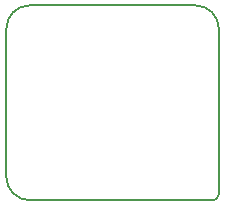
<source format=gm1>
G04 #@! TF.GenerationSoftware,KiCad,Pcbnew,(5.1.4)-1*
G04 #@! TF.CreationDate,2022-05-10T00:39:04+09:00*
G04 #@! TF.ProjectId,Unified-Daughterboard,556e6966-6965-4642-9d44-617567687465,C3*
G04 #@! TF.SameCoordinates,Original*
G04 #@! TF.FileFunction,Profile,NP*
%FSLAX46Y46*%
G04 Gerber Fmt 4.6, Leading zero omitted, Abs format (unit mm)*
G04 Created by KiCad (PCBNEW (5.1.4)-1) date 2022-05-10 00:39:04*
%MOMM*%
%LPD*%
G04 APERTURE LIST*
%ADD10C,0.150000*%
G04 APERTURE END LIST*
D10*
X84002500Y-72543000D02*
G75*
G02X83502500Y-73043000I-500000J0D01*
G01*
X68004500Y-73043000D02*
G75*
G02X66004500Y-71043000I0J2000000D01*
G01*
X66004500Y-71043000D02*
X66004500Y-58543000D01*
X83502500Y-73043000D02*
X68004500Y-73043000D01*
X84004500Y-58543000D02*
X84002500Y-72543000D01*
X68004500Y-56543000D02*
X82004500Y-56543000D01*
X66004500Y-58543000D02*
G75*
G02X68004500Y-56543000I2000000J0D01*
G01*
X82004500Y-56543000D02*
G75*
G02X84004500Y-58543000I0J-2000000D01*
G01*
M02*

</source>
